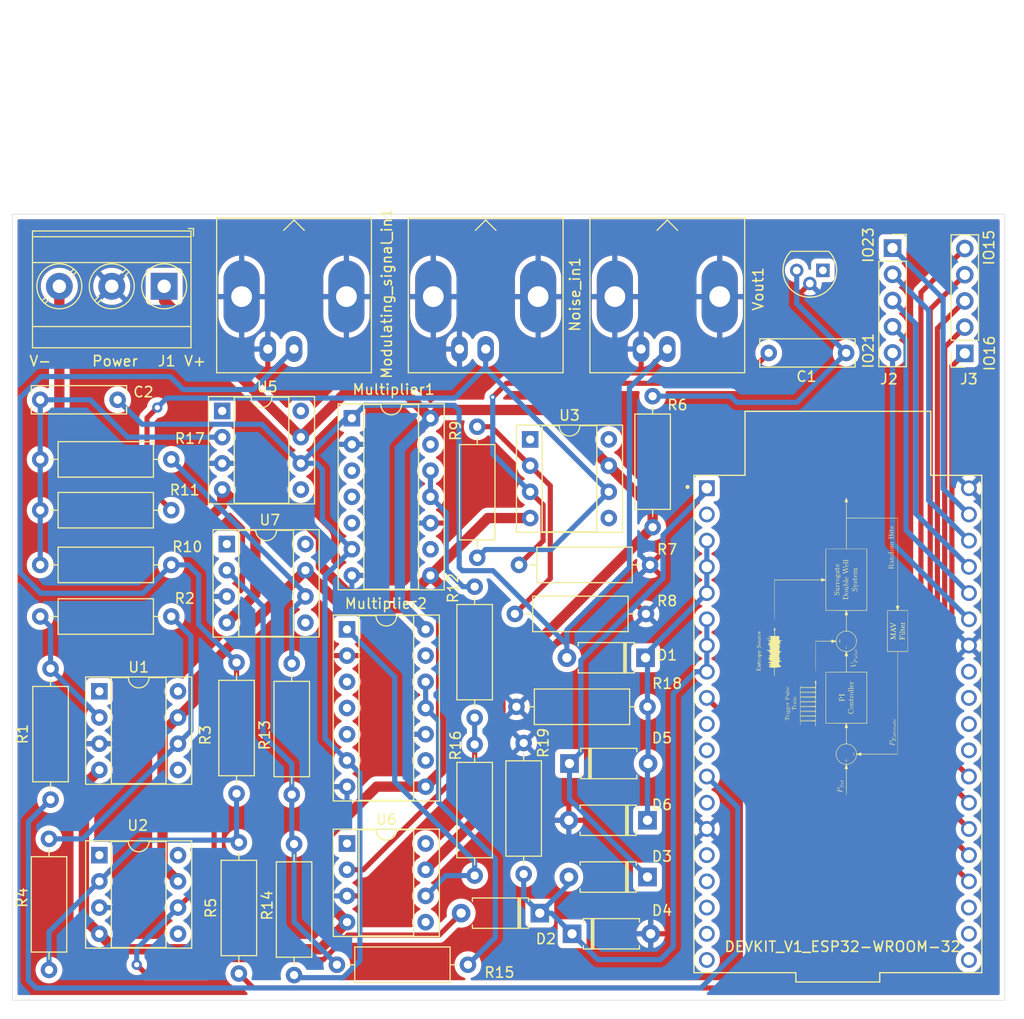
<source format=kicad_pcb>
(kicad_pcb (version 20240108) (generator "pcbnew") (generator_version "8.0")
  (layers (0 "F.Cu" signal) (31 "B.Cu" signal) (34 "B.Paste" user) (35 "F.Paste" user) (36 "B.SilkS" user "B.Silkscreen") (37 "F.SilkS" user "F.Silkscreen") (38 "B.Mask" user) (39 "F.Mask" user) (44 "Edge.Cuts" user))
  (net 0 "")
  (net 1 "Net-(U3-+)")
  (net 2 "Net-(Q1-E)")
  (net 3 "TRNG_out")
  (net 4 "Net-(U5--)")
  (net 5 "TRNG_ADC")
  (net 6 "TRNG_pulse")
  (net 7 "Pulse_ADC")
  (net 8 "3V")
  (net 9 "GND")
  (net 10 "V+")
  (net 11 "V-")
  (net 14 "Net-(Multiplier1-VO)")
  (net 18 "Net-(Multiplier2-VO)")
  (net 21 "Net-(Multiplier2-X1)")
  (net 25 "WGN")
  (net 27 "SR_pulse_PWM")
  (net 28 "Net-(U1--)")
  (net 29 "Net-(R2-Pad2)")
  (net 30 "Net-(U2--)")
  (net 31 "DAC_LF")
  (net 32 "Net-(U3--)")
  (net 33 "Net-(U6--)")
  (net 34 "Net-(R13-Pad1)")
  (net 35 "Net-(U7--)")
  (net 70 "Net-(J2-Pin_4)")
  (net 71 "Net-(J2-Pin_2)")
  (net 72 "Net-(J2-Pin_1)")
  (net 73 "Net-(J2-Pin_5)")
  (net 74 "Net-(J2-Pin_3)")
  (net 75 "Net-(J3-Pin_2)")
  (net 76 "Net-(J3-Pin_4)")
  (net 77 "Net-(J3-Pin_3)")
  (net 78 "Net-(J3-Pin_1)")
  (net 79 "Net-(J3-Pin_5)")
  (footprint "Resistor_THT:R_Axial_DIN0309_L9.0mm_D3.2mm_P12.70mm_Horizontal" (layer "F.Cu") (at 119.75 133.25)
    (property "Reference" "R15")
    (property "Value" "1 Meg" (hide yes))
  )
  (footprint "Resistor_THT:R_Axial_DIN0309_L9.0mm_D3.2mm_P12.70mm_Horizontal" (layer "F.Cu") (at 137.85 111.76 -90)
    (property "Reference" "R19")
    (property "Value" "100 K" (hide yes))
  )
  (footprint "Diode_THT:D_A-405_P7.62mm_Horizontal" (layer "F.Cu") (at 142.54 130.25)
    (property "Reference" "D4")
    (property "Value" "D_Schottky" (hide yes))
  )
  (footprint "Diode_THT:D_A-405_P7.62mm_Horizontal" (layer "F.Cu") (at 149.66 103.5 180)
    (property "Reference" "D1")
    (property "Value" "D" (hide yes))
  )
  (footprint "Package_DIP:DIP-14_W7.62mm_Socket" (layer "F.Cu") (at 121.2 80.285)
    (property "Reference" "Multiplier1" (hide yes))
    (property "Value" "MPY634KP" (hide yes))
  )
  (footprint "Package_DIP:DIP-8_W7.62mm_Socket" (layer "F.Cu") (at 96.73 122.63)
    (property "Reference" "U2")
    (property "Value" "OP07" (hide yes))
  )
  (footprint "Resistor_THT:R_Axial_DIN0309_L9.0mm_D3.2mm_P12.70mm_Horizontal" (layer "F.Cu") (at 110.25 134.1 90)
    (property "Reference" "R5")
    (property "Value" "100 K" (hide yes))
  )
  (footprint "Resistor_THT:R_Axial_DIN0309_L9.0mm_D3.2mm_P12.70mm_Horizontal" (layer "F.Cu") (at 133.1 96.61 -90)
    (property "Reference" "R12")
    (property "Value" "1 Meg" (hide yes))
  )
  (footprint "Diode_THT:D_A-405_P7.62mm_Horizontal" (layer "F.Cu") (at 139.41 128.25 180)
    (property "Reference" "D2")
    (property "Value" "D" (hide yes))
  )
  (footprint "Resistor_THT:R_Axial_DIN0309_L9.0mm_D3.2mm_P12.70mm_Horizontal" (layer "F.Cu") (at 133.35 93.81 90)
    (property "Reference" "R9")
    (property "Value" "680 K" (hide yes))
  )
  (footprint "TerminalBlock_Phoenix:TerminalBlock_Phoenix_MKDS-3-3-5.08_1x03_P5.08mm_Horizontal" (layer "F.Cu") (at 103.01 67.5 180)
    (property "Reference" "J1")
    (property "Value" "Power" (hide yes))
  )
  (footprint "Package_DIP:DIP-8_W7.62mm_Socket" (layer "F.Cu") (at 120.73 121.5)
    (property "Reference" "U6")
    (property "Value" "OP07" (hide yes))
  )
  (footprint "Package_DIP:DIP-14_W7.62mm_Socket" (layer "F.Cu") (at 120.73 100.75)
    (property "Reference" "Multiplier2")
    (property "Value" "MPY634KP" (hide yes))
  )
  (footprint "Package_TO_SOT_THT:TO-92" (layer "F.Cu") (at 166.85 65.96 180)
    (property "Reference" "Q1" (hide yes))
    (property "Value" "NPN")
  )
  (footprint "Connector_PinSocket_2.54mm:PinSocket_1x05_P2.54mm_Vertical" (layer "F.Cu") (at 173.6 63.8)
    (property "Reference" "J2")
    (property "Value" "Conn_01x05_Socket" (hide yes))
  )
  (footprint "Connector_PinSocket_2.54mm:PinSocket_1x05_P2.54mm_Vertical" (layer "F.Cu") (at 180.6 74 180)
    (property "Reference" "J3")
    (property "Value" "Conn_01x05_Socket" (hide yes))
  )
  (footprint "Package_DIP:DIP-8_W7.62mm_Socket" (layer "F.Cu") (at 138.48 82.34)
    (property "Reference" "U3")
    (property "Value" "OP07" (hide yes))
  )
  (footprint "Diode_THT:D_A-405_P7.62mm_Horizontal" (layer "F.Cu") (at 142.29 113.75)
    (property "Reference" "D5")
    (property "Value" "D_Schottky" (hide yes))
  )
  (footprint "Resistor_THT:R_Axial_DIN0309_L9.0mm_D3.2mm_P12.70mm_Horizontal" (layer "F.Cu") (at 137.15 108.25)
    (property "Reference" "R18")
    (property "Value" "100 K" (hide yes))
  )
  (footprint "Diode_THT:D_A-405_P7.62mm_Horizontal" (layer "F.Cu") (at 149.85 119.25 180)
    (property "Reference" "D6")
    (property "Value" "D_Schottky" (hide yes))
  )
  (footprint "Capacitor_THT:C_Rect_L9.0mm_W2.5mm_P7.50mm_MKT" (layer "F.Cu") (at 98.5 78.5 180)
    (property "Reference" "C2")
    (property "Value" "0.1nF" (hide yes))
  )
  (footprint "Resistor_THT:R_Axial_DIN0309_L9.0mm_D3.2mm_P12.70mm_Horizontal" (layer "F.Cu") (at 133.1 111.91 -90)
    (property "Reference" "R16")
    (property "Value" "10 Meg" (hide yes))
  )
  (footprint "Resistor_THT:R_Axial_DIN0309_L9.0mm_D3.2mm_P12.70mm_Horizontal" (layer "F.Cu") (at 150.1 94.5 180)
    (property "Reference" "R7")
    (property "Value" "100 K" (hide yes))
  )
  (footprint "Resistor_THT:R_Axial_DIN0309_L9.0mm_D3.2mm_P12.70mm_Horizontal" (layer "F.Cu") (at 149.7 99.25 180)
    (property "Reference" "R8")
    (property "Value" "680 K" (hide yes))
  )
  (footprint "Connector_Coaxial:BNC_Amphenol_B6252HB-NPP3G-50_Horizontal" (layer "F.Cu") (at 115.595 73.58)
    (property "Reference" "Modulating_signal_in1")
    (property "Value" "Conn_Coaxial" (hide yes))
  )
  (footprint "Resistor_THT:R_Axial_DIN0309_L9.0mm_D3.2mm_P12.70mm_Horizontal" (layer "F.Cu") (at 150.35 90.85 90)
    (property "Reference" "R6")
    (property "Value" "100 K" (hide yes))
  )
  (footprint "Package_DIP:DIP-8_W7.62mm_Socket" (layer "F.Cu") (at 96.73 106.75)
    (property "Reference" "U1")
    (property "Value" "OP07")
  )
  (footprint "Resistor_THT:R_Axial_DIN0309_L9.0mm_D3.2mm_P12.70mm_Horizontal" (layer "F.Cu") (at 110.025 116.66 90)
    (property "Reference" "R3")
    (property "Value" "10 K" (hide yes))
  )
  (footprint "Resistor_THT:R_Axial_DIN0309_L9.0mm_D3.2mm_P12.70mm_Horizontal" (layer "F.Cu") (at 103.7 84.275 180)
    (property "Reference" "R17")
    (property "Value" "1 Meg" (hide yes))
  )
  (footprint "Resistor_THT:R_Axial_DIN0309_L9.0mm_D3.2mm_P12.70mm_Horizontal" (layer "F.Cu") (at 115.6 121.55 -90)
    (property "Reference" "R14")
    (property "Value" "10 Meg" (hide yes))
  )
  (footprint "Resistor_THT:R_Axial_DIN0309_L9.0mm_D3.2mm_P12.70mm_Horizontal" (layer "F.Cu") (at 103.7 89.2 180)
    (property "Reference" "R11")
    (property "Value" "1 Meg" (hide yes))
  )
  (footprint "Connector_Coaxial:BNC_Amphenol_B6252HB-NPP3G-50_Horizontal" (layer "F.Cu") (at 151.77 73.58)
    (property "Reference" "Vout1")
    (property "Value" "Conn_Coaxial" (hide yes))
  )
  (footprint "Resistor_THT:R_Axial_DIN0309_L9.0mm_D3.2mm_P12.70mm_Horizontal" (layer "F.Cu") (at 91 99.5)
    (property "Reference" "R2")
    (property "Value" "10 K" (hide yes))
  )
  (footprint "Capacitor_THT:C_Rect_L9.0mm_W2.5mm_P7.50mm_MKT" (layer "F.Cu") (at 169.1 73.96 180)
    (property "Reference" "C1")
    (property "Value" "1 u" (hide yes))
  )
  (footprint "Resistor_THT:R_Axial_DIN0309_L9.0mm_D3.2mm_P12.70mm_Horizontal" (layer "F.Cu") (at 91.85 121.05 -90)
    (property "Reference" "R4")
    (property "Value" "10 K" (hide yes))
  )
  (footprint "Package_DIP:DIP-8_W7.62mm_Socket" (layer "F.Cu") (at 108.635 79.58)
    (property "Reference" "U5" (hide yes))
    (property "Value" "OP07" (hide yes))
  )
  (footprint "Package_DIP:DIP-8_W7.62mm_Socket" (layer "F.Cu") (at 109.08 92.48)
    (property "Reference" "U7")
    (property "Value" "OP07" (hide yes))
  )
  (footprint "Resistor_THT:R_Axial_DIN0309_L9.0mm_D3.2mm_P12.70mm_Horizontal" (layer "F.Cu") (at 115.375 104.06 -90)
    (property "Reference" "R13")
    (property "Value" "10 Meg" (hide yes))
  )
  (footprint "Diode_THT:D_A-405_P7.62mm_Horizontal" (layer "F.Cu") (at 149.85 124.75 180)
    (property "Reference" "D3")
    (property "Value" "D_Schottky" (hide yes))
  )
  (footprint "Connector_Coaxial:BNC_Amphenol_B6252HB-NPP3G-50_Horizontal" (layer "F.Cu") (at 134.17 73.58)
    (property "Reference" "Noise_in1")
    (property "Value" "Conn_Coaxial" (hide yes))
  )
  (footprint "ESP32_WROOM:MODULE_DEVKIT_V1_ESP32-WROOM-32" (layer "F.Cu") (at 168.3 109.92)
    (property "Reference" "U4" (hide yes))
    (property "Value" "DEVKIT_V1_ESP32-WROOM-32")
  )
  (footprint "Resistor_THT:R_Axial_DIN0309_L9.0mm_D3.2mm_P12.70mm_Horizontal" (layer "F.Cu") (at 103.7 94.5 180)
    (property "Reference" "R10")
    (property "Value" "1 Meg" (hide yes))
  )
  (footprint "trng_control:trng_digital" (layer "F.Cu") (at 167.75 103 90)
    (property "Reference" "G***" (hide yes))
    (property "Value" "LOGO" (hide yes))
  )
  (footprint "Resistor_THT:R_Axial_DIN0309_L9.0mm_D3.2mm_P12.70mm_Horizontal" (layer "F.Cu") (at 92 117.25 90)
    (property "Reference" "R1")
    (property "Value" "10 K" (hide yes))
  )
  (gr_rect (start 88.3 60.51) (end 184.475 136.685) (stroke (width 0.05)) (fill none) (layer "Edge.Cuts"))
  (gr_text "Multiplier1" (at 125.25 77.5 0) (layer "F.SilkS") (effects (font (size 1 1))))
  (gr_text "Power" (at 98.25 74.75 0) (layer "F.SilkS") (effects (font (size 1 1))))
  (gr_text "V-" (at 91 74.75 0) (layer "F.SilkS") (effects (font (size 1 1))))
  (gr_text "IO23\n" (at 171.25 63.5 90) (layer "F.SilkS") (effects (font (size 1 1))))
  (gr_text "IO16\n" (at 183 74 90) (layer "F.SilkS") (effects (font (size 1 1))))
  (gr_text "IO21\n" (at 171.25 73.75 90) (layer "F.SilkS") (effects (font (size 1 1))))
  (gr_text "IO15\n\n" (at 183.75 63.75 90) (layer "F.SilkS") (effects (font (size 1 1))))
  (gr_text "V+" (at 106 74.75 0) (layer "F.SilkS") (effects (font (size 1 1))))
  (segment (start 137.4 94.5) (end 139.73 92.17) (width 0.5) (layer "F.Cu") (net 1))
  (segment (start 136.2 76.9) (end 158.66 76.9) (width 0.5) (layer "F.Cu") (net 1))
  (segment (start 158.66 76.9) (end 161.6 73.96) (width 0.5) (layer "F.Cu") (net 1))
  (segment (start 134.85 78.25) (end 136.2 76.9) (width 0.5) (layer "F.Cu") (net 1))
  (segment (start 139.73 88.67) (end 138.48 87.42) (width 0.5) (layer "F.Cu") (net 1))
  (segment (start 139.73 92.17) (end 139.73 88.67) (width 0.5) (layer "F.Cu") (net 1))
  (via (at 134.85 78.25) (size 0.6) (drill 0.3) (layers "F.Cu" "B.Cu") (net 1))
  (segment (start 136.35 85.25) (end 134.85 83.75) (width 0.5) (layer "B.Cu") (net 1))
  (segment (start 134.85 83.75) (end 134.85 78.25) (width 0.5) (layer "B.Cu") (net 1))
  (segment (start 138.48 87.42) (end 136.35 85.29) (width 0.5) (layer "B.Cu") (net 1))
  (segment (start 136.35 85.29) (end 136.35 85.25) (width 0.5) (layer "B.Cu") (net 1))
  (segment (start 158.5 78.75) (end 164.31 78.75) (width 0.5) (layer "B.Cu") (net 2))
  (segment (start 164.31 69.17) (end 169.1 73.96) (width 0.5) (layer "B.Cu") (net 2))
  (segment (start 164.31 78.75) (end 169.1 73.96) (width 0.5) (layer "B.Cu") (net 2))
  (segment (start 150.35 78.15) (end 157.9 78.15) (width 0.5) (layer "B.Cu") (net 2))
  (segment (start 157.9 78.15) (end 158.5 78.75) (width 0.5) (layer "B.Cu") (net 2))
  (segment (start 164.31 65.96) (end 164.31 69.17) (width 0.5) (layer "B.Cu") (net 2))
  (segment (start 117.76 84.66) (end 118.35 85.25) (width 0.5) (layer "B.Cu") (net 3))
  (segment (start 151.372767 74.065) (end 151.695 74.065) (width 0.5) (layer "B.Cu") (net 3))
  (segment (start 131.91 95.06) (end 131.6 94.75) (width 0.5) (layer "B.Cu") (net 3))
  (segment (start 121.98 114.7) (end 121.98 132.87) (width 0.5) (layer "B.Cu") (net 3))
  (segment (start 115.85 134.5) (end 115.6 134.25) (width 0.5) (layer "B.Cu") (net 3))
  (segment (start 148.1 94.732233) (end 148.1 77.337767) (width 0.5) (layer "B.Cu") (net 3))
  (segment (start 118.35 85.25) (end 118.35 90.135) (width 0.5) (layer "B.Cu") (net 3))
  (segment (start 116.255 84.66) (end 117.76 84.66) (width 0.5) (layer "B.Cu") (net 3))
  (segment (start 100.87 80.87) (end 98.5 78.5) (width 0.5) (layer "B.Cu") (net 3))
  (segment (start 122.45 79.035) (end 121.2 80.285) (width 0.5) (layer "B.Cu") (net 3))
  (segment (start 112.465 80.87) (end 100.87 80.87) (width 0.5) (layer "B.Cu") (net 3))
  (segment (start 120.35 134.5) (end 115.85 134.5) (width 0.5) (layer "B.Cu") (net 3))
  (segment (start 142.04 100.792233) (end 148.1 94.732233) (width 0.5) (layer "B.Cu") (net 3))
  (segment (start 151.77 73.58) (end 151.77 73.667767) (width 0.5) (layer "B.Cu") (net 3))
  (segment (start 121.98 132.87) (end 120.35 134.5) (width 0.5) (layer "B.Cu") (net 3))
  (segment (start 131.6 94.75) (end 131.6 79.5) (width 0.5) (layer "B.Cu") (net 3))
  (segment (start 120.73 113.45) (end 121.98 114.7) (width 0.5) (layer "B.Cu") (net 3))
  (segment (start 134.872792 95.06) (end 131.91 95.06) (width 0.5) (layer "B.Cu") (net 3))
  (segment (start 121.2 80.285) (end 120.63 80.285) (width 0.5) (layer "B.Cu") (net 3))
  (segment (start 142.04 103.5) (end 142.04 102.227208) (width 0.5) (layer "B.Cu") (net 3))
  (segment (start 121.2 92.985) (end 118.6 95.585) (width 0.5) (layer "B.Cu") (net 3))
  (segment (start 151.77 73.667767) (end 148.1 77.337767) (width 0.5) (layer "B.Cu") (net 3))
  (segment (start 118.6 111.32) (end 120.73 113.45) (width 0.5) (layer "B.Cu") (net 3))
  (segment (start 120.63 80.285) (end 116.255 84.66) (width 0.5) (layer "B.Cu") (net 3))
  (segment (start 142.04 102.227208) (end 134.872792 95.06) (width 0.5) (layer "B.Cu") (net 3))
  (segment (start 116.255 84.66) (end 112.465 80.87) (width 0.5) (layer "B.Cu") (net 3))
  (segment (start 118.6 95.585) (end 118.6 111.32) (width 0.5) (layer "B.Cu") (net 3))
  (segment (start 131.6 79.5) (end 131.135 79.035) (width 0.5) (layer "B.Cu") (net 3))
  (segment (start 118.35 90.135) (end 121.2 92.985) (width 0.5) (layer "B.Cu") (net 3))
  (segment (start 142.04 103.5) (end 142.04 100.792233) (width 0.5) (layer "B.Cu") (net 3))
  (segment (start 131.135 79.035) (end 122.45 79.035) (width 0.5) (layer "B.Cu") (net 3))
  (segment (start 95.85 78.5) (end 91 78.5) (width 0.5) (layer "B.Cu") (net 4))
  (segment (start 108.635 82.12) (end 99.47 82.12) (width 0.5) (layer "B.Cu") (net 4))
  (segment (start 91 78.5) (end 91 94.5) (width 0.5) (layer "B.Cu") (net 4))
  (segment (start 99.47 82.12) (end 95.85 78.5) (width 0.5) (layer "B.Cu") (net 4))
  (segment (start 149.85 108.25) (end 149.85 103.69) (width 0.5) (layer "B.Cu") (net 5))
  (segment (start 149.85 103.69) (end 149.66 103.5) (width 0.5) (layer "B.Cu") (net 5))
  (segment (start 149.85 119.25) (end 149.85 113.81) (width 0.5) (layer "B.Cu") (net 5))
  (segment (start 149.66 103.5) (end 149.66 103.17) (width 0.5) (layer "B.Cu") (net 5))
  (segment (start 149.66 103.17) (end 155.6 97.23) (width 0.5) (layer "B.Cu") (net 5))
  (segment (start 155.6 97.23) (end 155.6 92.15) (width 0.5) (layer "B.Cu") (net 5))
  (segment (start 149.91 108.31) (end 149.85 108.25) (width 0.5) (layer "B.Cu") (net 5))
  (segment (start 149.85 113.81) (end 149.91 113.75) (width 0.5) (layer "B.Cu") (net 5))
  (segment (start 149.91 113.75) (end 149.91 108.31) (width 0.5) (layer "B.Cu") (net 5))
  (segment (start 107.1 134) (end 101.1 134) (width 0.5) (layer "F.Cu") (net 6))
  (segment (start 107.85 124.21) (end 107.85 108.5) (width 0.5) (layer "F.Cu") (net 6))
  (segment (start 118.443503 132.75) (end 108.35 132.75) (width 0.5) (layer "F.Cu") (net 6))
  (segment (start 101.1 134) (end 100.35 133.25) (width 0.5) (layer "F.Cu") (net 6))
  (segment (start 107.85 108.5) (end 110.025 106.325) (width 0.5) (layer "F.Cu") (net 6))
  (segment (start 131.79 128.25) (end 129.67 130.37) (width 0.5) (layer "F.Cu") (net 6))
  (segment (start 108.35 132.75) (end 107.1 134) (width 0.5) (layer "F.Cu") (net 6))
  (segment (start 110.025 106.325) (end 110.025 103.96) (width 0.5) (layer "F.Cu") (net 6))
  (segment (start 104.35 127.71) (end 107.85 124.21) (width 0.5) (layer "F.Cu") (net 6))
  (segment (start 120.823503 130.37) (end 118.443503 132.75) (width 0.5) (layer "F.Cu") (net 6))
  (segment (start 129.67 130.37) (end 120.823503 130.37) (width 0.5) (layer "F.Cu") (net 6))
  (via (at 100.35 133.25) (size 1) (drill 0.5) (layers "F.Cu" "B.Cu") (net 6))
  (segment (start 104.85 77.5) (end 103.6 76.25) (width 0.5) (layer "B.Cu") (net 6))
  (segment (start 108.75 77.5) (end 104.85 77.5) (width 0.5) (layer "B.Cu") (net 6))
  (segment (start 91.05 97.25) (end 100.95 97.25) (width 0.5) (layer "B.Cu") (net 6))
  (segment (start 100.35 131.71) (end 104.35 127.71) (width 0.5) (layer "B.Cu") (net 6))
  (segment (start 89.05 78.3) (end 89.05 95.25) (width 0.5) (layer "B.Cu") (net 6))
  (segment (start 111.675 77.5) (end 108.75 77.5) (width 0.5) (layer "B.Cu") (net 6))
  (segment (start 103.6 76.25) (end 91.1 76.25) (width 0.5) (layer "B.Cu") (net 6))
  (segment (start 105.35 94.5) (end 106.35 95.5) (width 0.5) (layer "B.Cu") (net 6))
  (segment (start 106.35 95.5) (end 106.35 100.285) (width 0.5) (layer "B.Cu") (net 6))
  (segment (start 100.35 133.25) (end 100.35 131.71) (width 0.5) (layer "B.Cu") (net 6))
  (segment (start 91.1 76.25) (end 89.05 78.3) (width 0.5) (layer "B.Cu") (net 6))
  (segment (start 89.05 95.25) (end 91.05 97.25) (width 0.5) (layer "B.Cu") (net 6))
  (segment (start 106.35 100.285) (end 110.025 103.96) (width 0.5) (layer "B.Cu") (net 6))
  (segment (start 103.7 94.5) (end 105.35 94.5) (width 0.5) (layer "B.Cu") (net 6))
  (segment (start 115.595 73.58) (end 111.675 77.5) (width 0.5) (layer "B.Cu") (net 6))
  (segment (start 100.95 97.25) (end 103.7 94.5) (width 0.5) (layer "B.Cu") (net 6))
  (segment (start 154.5 104.85) (end 152.35 107) (width 0.5) (layer "B.Cu") (net 7))
  (segment (start 140.54 128.25) (end 142.54 130.25) (width 0.5) (layer "B.Cu") (net 7))
  (segment (start 152.35 131.5) (end 151.1 132.75) (width 0.5) (layer "B.Cu") (net 7))
  (segment (start 139.41 128.25) (end 140.54 128.25) (width 0.5) (layer "B.Cu") (net 7))
  (segment (start 152.35 107) (end 152.35 131.5) (width 0.5) (layer "B.Cu") (net 7))
  (segment (start 155.6 104.85) (end 154.5 104.85) (width 0.5) (layer "B.Cu") (net 7))
  (segment (start 142.23 124.75) (end 142.23 125.43) (width 0.5) (layer "B.Cu") (net 7))
  (segment (start 137.85 126.69) (end 139.41 128.25) (width 0.5) (layer "B.Cu") (net 7))
  (segment (start 142.23 125.43) (end 139.41 128.25) (width 0.5) (layer "B.Cu") (net 7))
  (segment (start 155.6 99.77) (end 155.6 104.85) (width 0.5) (layer "B.Cu") (net 7))
  (segment (start 145.04 132.75) (end 142.54 130.25) (width 0.5) (layer "B.Cu") (net 7))
  (segment (start 151.1 132.75) (end 145.04 132.75) (width 0.5) (layer "B.Cu") (net 7))
  (segment (start 137.85 124.46) (end 137.85 126.69) (width 0.5) (layer "B.Cu") (net 7))
  (segment (start 151.35 95.79) (end 143.39 103.75) (width 0.5) (layer "B.Cu") (net 8))
  (segment (start 142.29 117.19) (end 149.85 124.75) (width 0.5) (layer "B.Cu") (net 8))
  (segment (start 155.6 87.367767) (end 151.35 91.617767) (width 0.5) (layer "B.Cu") (net 8))
  (segment (start 143.39 103.75) (end 143.39 112.65) (width 0.5) (layer "B.Cu") (net 8))
  (segment (start 155.6 87.07) (end 155.6 87.367767) (width 0.5) (layer "B.Cu") (net 8))
  (segment (start 151.35 91.617767) (end 151.35 95.79) (width 0.5) (layer "B.Cu") (net 8))
  (segment (start 142.29 113.75) (end 142.29 117.19) (width 0.5) (layer "B.Cu") (net 8))
  (segment (start 143.39 112.65) (end 142.29 113.75) (width 0.5) (layer "B.Cu") (net 8))
  (segment (start 105.85 107.79) (end 105.85 105.87) (width 1) (layer "F.Cu") (net 10))
  (segment (start 135.6 105.6) (end 135.6 116.79) (width 1) (layer "F.Cu") (net 10))
  (segment (start 126.6 78.065) (end 126.6 78) (width 1) (layer "F.Cu") (net 10))
  (segment (start 140.705001 79.485001) (end 146.1 84.88) (width 1) (layer "F.Cu") (net 10))
  (segment (start 150.35 89.13) (end 150.35 90.85) (width 1) (layer "F.Cu") (net 10))
  (segment (start 102.85 110.75) (end 104.35 109.25) (width 1) (layer "F.Cu") (net 10))
  (segment (start 105.85 105.87) (end 116.7 95.02) (width 1) (layer "F.Cu") (net 10))
  (segment (start 116.7 95.02) (end 120.38 98.7) (width 1) (layer "F.Cu") (net 10))
  (segment (start 103.01 68.875) (end 116.255 82.12) (width 1) (layer "F.Cu") (net 10))
  (segment (start 128.82 80.285) (end 129.619999 79.485001) (width 1) (layer "F.Cu") (net 10))
  (segment (start 135.6 116.79) (end 128.35 124.04) (width 1) (layer "F.Cu") (net 10))
  (segment (start 120.375 78) (end 116.255 82.12) (width 1) (layer "F.Cu") (net 10))
  (segment (start 126.3 98.7) (end 128.35 100.75) (width 1) (layer "F.Cu") (net 10))
  (segment (start 129.619999 79.485001) (end 140.705001 79.485001) (width 1) (layer "F.Cu") (net 10))
  (segment (start 146.1 84.88) (end 150.35 89.13) (width 1) (layer "F.Cu") (net 10))
  (segment (start 104.35 109.29) (end 105.85 107.79) (width 1) (layer "F.Cu") (net 10))
  (segment (start 150.35 90.85) (end 135.6 105.6) (width 1) (layer "F.Cu") (net 10))
  (segment (start 128.82 80.285) (end 126.6 78.065) (width 1) (layer "F.Cu") (net 10))
  (segment (start 126.6 78) (end 120.375 78) (width 1) (layer "F.Cu") (net 10))
  (segment (start 104.35 125.17) (end 102.85 123.67) (width 1) (layer "F.Cu") (net 10))
  (segment (start 102.85 123.67) (end 102.85 110.75) (width 1) (layer "F.Cu") (net 10))
  (segment (start 120.38 98.7) (end 126.3 98.7) (width 1) (layer "F.Cu") (net 10))
  (segment (start 103.01 67.5) (end 103.01 68.875) (width 1) (layer "F.Cu") (net 10))
  (segment (start 125.85 83.25) (end 125.855 83.25) (width 1) (layer "B.Cu") (net 10))
  (segment (start 125.85 98.25) (end 125.85 83.25) (width 1) (layer "B.Cu") (net 10))
  (segment (start 128.35 100.75) (end 125.85 98.25) (width 1) (layer "B.Cu") (net 10))
  (segment (start 125.855 83.25) (end 128.82 80.285) (width 1) (layer "B.Cu") (net 10))
  (segment (start 116.756321 90.415) (end 111.85 90.415) (width 1) (layer "F.Cu") (net 11))
  (segment (start 108.635 88.715) (end 106.35 91) (width 1) (layer "F.Cu") (net 11))
  (segment (start 128.82 95.525) (end 126.845 97.5) (width 1) (layer "F.Cu") (net 11))
  (segment (start 128.35 115.99) (end 129.85 114.49) (width 1) (layer "F.Cu") (net 11))
  (segment (start 98.23 131.75) (end 118.1 131.75) (width 1) (layer "F.Cu") (net 11))
  (segment (start 118.2 94.646321) (end 118.2 91.858679) (width 1) (layer "F.Cu") (net 11))
  (segment (start 106.35 91) (end 99.1 91) (width 1) (layer "F.Cu") (net 11))
  (segment (start 129.85 96.555) (end 128.82 95.525) (width 1) (layer "F.Cu") (net 11))
  (segment (start 128.82 95.525) (end 134.385 89.96) (width 1) (layer "F.Cu") (net 11))
  (segment (start 118.1 131.75) (end 120.73 129.12) (width 1) (layer "F.Cu") (net 11))
  (segment (start 92.85 67.5) (end 92.85 84.75) (width 1) (layer "F.Cu") (net 11))
  (segment (start 126.845 97.5) (end 121.053679 97.5) (width 1) (layer "F.Cu") (net 11))
  (segment (start 118.6 126.99) (end 118.6 121) (width 1) (layer "F.Cu") (net 11))
  (segment (start 118.6 121) (end 123.61 115.99) (width 1) (layer "F.Cu") (net 11))
  (segment (start 118.2 91.858679) (end 116.756321 90.415) (width 1) (layer "F.Cu") (net 11))
  (segment (start 99.1 91) (end 92.85 84.75) (width 1) (layer "F.Cu") (net 11))
  (segment (start 96.73 114.37) (end 95.23 115.87) (width 1) (layer "F.Cu") (net 11))
  (segment (start 129.85 114.49) (end 129.85 96.555) (width 1) (layer "F.Cu") (net 11))
  (segment (start 95.23 128.75) (end 96.73 130.25) (width 1) (layer "F.Cu") (net 11))
  (segment (start 121.053679 97.5) (end 118.2 94.646321) (width 1) (layer "F.Cu") (net 11))
  (segment (start 108.635 87.2) (end 108.635 88.715) (width 1) (layer "F.Cu") (net 11))
  (segment (start 134.385 89.96) (end 138.48 89.96) (width 1) (layer "F.Cu") (net 11))
  (segment (start 111.85 97.33) (end 109.08 100.1) (width 1) (layer "F.Cu") (net 11))
  (segment (start 111.85 90.415) (end 111.85 97.33) (width 1) (layer "F.Cu") (net 11))
  (segment (start 108.635 87.2) (end 111.85 90.415) (width 1) (layer "F.Cu") (net 11))
  (segment (start 120.73 129.12) (end 118.6 126.99) (width 1) (layer "F.Cu") (net 11))
  (segment (start 123.61 115.99) (end 128.35 115.99) (width 1) (layer "F.Cu") (net 11))
  (segment (start 95.23 115.87) (end 95.23 128.75) (width 1) (layer "F.Cu") (net 11))
  (segment (start 96.73 130.25) (end 98.23 131.75) (width 1) (layer "F.Cu") (net 11))
  (segment (start 128.82 87.905) (end 130.35 89.435) (width 0.5) (layer "B.Cu") (net 14))
  (segment (start 128.82 85.365) (end 128.82 87.905) (width 0.5) (layer "B.Cu") (net 14))
  (segment (start 130.35 89.435) (end 130.35 95) (width 0.5) (layer "B.Cu") (net 14))
  (segment (start 130.35 95) (end 131.96 96.61) (width 0.5) (layer "B.Cu") (net 14))
  (segment (start 131.96 96.61) (end 133.1 96.61) (width 0.5) (layer "B.Cu") (net 14))
  (segment (start 129.6 117.5) (end 135.1 123) (width 0.5) (layer "B.Cu") (net 18))
  (segment (start 135.1 123) (end 135.1 130.6) (width 0.5) (layer "B.Cu") (net 18))
  (segment (start 135.1 130.6) (end 132.45 133.25) (width 0.5) (layer "B.Cu") (net 18))
  (segment (start 128.35 105.83) (end 128.35 108.37) (width 0.5) (layer "B.Cu") (net 18))
  (segment (start 128.35 108.37) (end 129.6 109.62) (width 0.5) (layer "B.Cu") (net 18))
  (segment (start 129.6 109.62) (end 129.6 117.5) (width 0.5) (layer "B.Cu") (net 18))
  (segment (start 125.35 115.5) (end 133.1 123.25) (width 0.5) (layer "B.Cu") (net 21))
  (segment (start 133.1 124.61) (end 130.32 124.61) (width 0.5) (layer "B.Cu") (net 21))
  (segment (start 130.32 124.61) (end 128.35 126.58) (width 0.5) (layer "B.Cu") (net 21))
  (segment (start 120.73 100.75) (end 125.35 105.37) (width 0.5) (layer "B.Cu") (net 21))
  (segment (start 133.1 123.25) (end 133.1 124.61) (width 0.5) (layer "B.Cu") (net 21))
  (segment (start 125.35 105.37) (end 125.35 115.5) (width 0.5) (layer "B.Cu") (net 21))
  (segment (start 101.35 86.85) (end 103.7 89.2) (width 0.5) (layer "F.Cu") (net 25))
  (segment (start 102.35 79.25) (end 101.35 80.25) (width 0.5) (layer "F.Cu") (net 25))
  (segment (start 101.35 80.25) (end 101.35 86.85) (width 0.5) (layer "F.Cu") (net 25))
  (via (at 102.35 79.25) (size 1) (drill 0.5) (layers "F.Cu" "B.Cu") (net 25))
  (segment (start 103.27 78.33) (end 131.18 78.33) (width 0.5) (layer "B.Cu") (net 25))
  (segment (start 140.509999 93.010001) (end 146.1 87.42) (width 0.5) (layer "B.Cu") (net 25))
  (segment (start 133.35 93.81) (end 134.149999 93.010001) (width 0.5) (layer "B.Cu") (net 25))
  (segment (start 134.17 75.34) (end 134.095 75.415) (width 0.5) (layer "B.Cu") (net 25))
  (segment (start 134.17 73.58) (end 134.17 75.34) (width 0.5) (layer "B.Cu") (net 25))
  (segment (start 134.149999 93.010001) (end 140.509999 93.010001) (width 0.5) (layer "B.Cu") (net 25))
  (segment (start 134.095 75.415) (end 146.1 87.42) (width 0.5) (layer "B.Cu") (net 25))
  (segment (start 102.35 79.25) (end 103.27 78.33) (width 0.5) (layer "B.Cu") (net 25))
  (segment (start 131.18 78.33) (end 134.095 75.415) (width 0.5) (layer "B.Cu") (net 25))
  (segment (start 158.6 131.935) (end 155.035 135.5) (width 0.5) (layer "B.Cu") (net 27))
  (segment (start 89.85 134.75) (end 89.85 119.4) (width 0.5) (layer "B.Cu") (net 27))
  (segment (start 158.6 118.01) (end 158.6 131.935) (width 0.5) (layer "B.Cu") (net 27))
  (segment (start 155.035 135.5) (end 90.6 135.5) (width 0.5) (layer "B.Cu") (net 27))
  (segment (start 89.85 119.4) (end 92 117.25) (width 0.5) (layer "B.Cu") (net 27))
  (segment (start 155.6 115.01) (end 158.6 118.01) (width 0.5) (layer "B.Cu") (net 27))
  (segment (start 90.6 135.5) (end 89.85 134.75) (width 0.5) (layer "B.Cu") (net 27))
  (segment (start 92 104.56) (end 92 104.55) (width 0.5) (layer "B.Cu") (net 28))
  (segment (start 92 100.5) (end 91 99.5) (width 0.5) (layer "B.Cu") (net 28))
  (segment (start 92 104.55) (end 92 100.5) (width 0.5) (layer "B.Cu") (net 28))
  (segment (start 96.73 109.29) (end 92 104.56) (width 0.5) (layer "B.Cu") (net 28))
  (segment (start 103.7 99.5) (end 105.6 101.4) (width 0.5) (layer "B.Cu") (net 29))
  (segment (start 105.6 110.58) (end 104.35 111.83) (width 0.5) (layer "B.Cu") (net 29))
  (segment (start 95.13 121.05) (end 104.35 111.83) (width 0.5) (layer "B.Cu") (net 29))
  (segment (start 105.6 101.4) (end 105.6 110.58) (width 0.5) (layer "B.Cu") (net 29))
  (segment (start 91.85 121.05) (end 95.13 121.05) (width 0.5) (layer "B.Cu") (net 29))
  (segment (start 110.025 116.66) (end 110.025 121.175) (width 0.5) (layer "B.Cu") (net 30))
  (segment (start 100.725 121.175) (end 96.73 125.17) (width 0.5) (layer "B.Cu") (net 30))
  (segment (start 91.85 130.05) (end 91.85 133.75) (width 0.5) (layer "B.Cu") (net 30))
  (segment (start 110.25 121.4) (end 110.025 121.175) (width 0.5) (layer "B.Cu") (net 30))
  (segment (start 110.025 121.175) (end 100.725 121.175) (width 0.5) (layer "B.Cu") (net 30))
  (segment (start 96.73 125.17) (end 91.85 130.05) (width 0.5) (layer "B.Cu") (net 30))
  (segment (start 159.85 111.64) (end 155.6 107.39) (width 0.5) (layer "F.Cu") (net 31))
  (segment (start 111.65 135.5) (end 157.6 135.5) (width 0.5) (layer "F.Cu") (net 31))
  (segment (start 157.6 135.5) (end 159.85 133.25) (width 0.5) (layer "F.Cu") (net 31))
  (segment (start 110.25 134.1) (end 111.65 135.5) (width 0.5) (layer "F.Cu") (net 31))
  (segment (start 159.85 133.25) (end 159.85 111.64) (width 0.5) (layer "F.Cu") (net 31))
  (segment (start 133.35 81.11) (end 134.71 81.11) (width 0.5) (layer "F.Cu") (net 32))
  (segment (start 134.71 81.11) (end 138.48 84.88) (width 0.5) (layer "F.Cu") (net 32))
  (segment (start 140.43 95.82) (end 140.43 86.83) (width 0.5) (layer "F.Cu") (net 32))
  (segment (start 137 99.25) (end 140.43 95.82) (width 0.5) (layer "F.Cu") (net 32))
  (segment (start 140.43 86.83) (end 138.48 84.88) (width 0.5) (layer "F.Cu") (net 32))
  (segment (start 120.73 124.04) (end 122.31 124.04) (width 0.5) (layer "F.Cu") (net 33))
  (segment (start 133.1 113.25) (end 133.1 111.91) (width 0.5) (layer "F.Cu") (net 33))
  (segment (start 122.31 124.04) (end 133.1 113.25) (width 0.5) (layer "F.Cu") (net 33))
  (segment (start 133.1 109.31) (end 133.1 111.91) (width 0.5) (layer "B.Cu") (net 33))
  (segment (start 103.7 84.275) (end 116.7 97.275) (width 0.5) (layer "B.Cu") (net 34))
  (segment (start 115.375 98.885) (end 115.375 104.06) (width 0.5) (layer "B.Cu") (net 34))
  (segment (start 116.7 97.56) (end 115.375 98.885) (width 0.5) (layer "B.Cu") (net 34))
  (segment (start 116.7 97.275) (end 116.7 97.56) (width 0.5) (layer "B.Cu") (net 34))
  (segment (start 112.6 98.54) (end 112.6 111) (width 0.5) (layer "B.Cu") (net 35))
  (segment (start 115.375 113.775) (end 115.375 116.76) (width 0.5) (layer "B.Cu") (net 35))
  (segment (start 115.375 116.76) (end 115.375 121.325) (width 0.5) (layer "B.Cu") (net 35))
  (segment (start 112.6 111) (end 115.375 113.775) (width 0.5) (layer "B.Cu") (net 35))
  (segment (start 115.375 121.325) (end 115.6 121.55) (width 0.5) (layer "B.Cu") (net 35))
  (segment (start 109.08 95.02) (end 112.6 98.54) (width 0.5) (layer "B.Cu") (net 35))
  (segment (start 115.6 129.1) (end 119.75 133.25) (width 0.5) (layer "B.Cu") (net 35))
  (segment (start 115.6 121.55) (end 115.6 129.1) (width 0.5) (layer "B.Cu") (net 35))
  (segment (start 174.9 91.13) (end 181 97.23) (width 0.5) (layer "B.Cu") (net 70))
  (segment (start 174.9 72.72) (end 174.9 91.13) (width 0.5) (layer "B.Cu") (net 70))
  (segment (start 173.6 71.42) (end 174.9 72.72) (width 0.5) (layer "B.Cu") (net 70))
  (segment (start 181 92.15) (end 177.1 88.25) (width 0.5) (layer "B.Cu") (net 71))
  (segment (start 177.1 69.84) (end 173.6 66.34) (width 0.5) (layer "B.Cu") (net 71))
  (segment (start 177.1 88.25) (end 177.1 69.84) (width 0.5) (layer "B.Cu") (net 71))
  (segment (start 178.5 68.7) (end 173.6 63.8) (width 0.5) (layer "B.Cu") (net 72))
  (segment (start 181 89.61) (end 178.5 87.11) (width 0.5) (layer "B.Cu") (net 72))
  (segment (start 178.5 87.11) (end 178.5 68.7) (width 0.5) (layer "B.Cu") (net 72))
  (segment (start 181 99.77) (end 173.6 92.37) (width 0.5) (layer "B.Cu") (net 73))
  (segment (start 173.6 92.37) (end 173.6 73.96) (width 0.5) (layer "B.Cu") (net 73))
  (segment (start 181 94.69) (end 175.85 89.54) (width 0.5) (layer "B.Cu") (net 74))
  (segment (start 175.85 71.13) (end 173.6 68.88) (width 0.5) (layer "B.Cu") (net 74))
  (segment (start 175.85 89.54) (end 175.85 71.13) (width 0.5) (layer "B.Cu") (net 74))
  (segment (start 178.65 73.41) (end 178.65 115.2) (width 0.5) (layer "F.Cu") (net 75))
  (segment (start 180.6 71.46) (end 178.65 73.41) (width 0.5) (layer "F.Cu") (net 75))
  (segment (start 178.65 115.2) (end 181 117.55) (width 0.5) (layer "F.Cu") (net 75))
  (segment (start 180.6 66.38) (end 177.25 69.73) (width 0.5) (layer "F.Cu") (net 76))
  (segment (start 177.25 69.73) (end 177.25 118.88) (width 0.5) (layer "F.Cu") (net 76))
  (segment (start 177.25 118.88) (end 181 122.63) (width 0.5) (layer "F.Cu") (net 76))
  (segment (start 180.6 68.92) (end 177.95 71.57) (width 0.5) (layer "F.Cu") (net 77))
  (segment (start 177.95 71.57) (end 177.95 117.04) (width 0.5) (layer "F.Cu") (net 77))
  (segment (start 177.95 117.04) (end 181 120.09) (width 0.5) (layer "F.Cu") (net 77))
  (segment (start 179.35 113.36) (end 181 115.01) (width 0.5) (layer "F.Cu") (net 78))
  (segment (start 180.6 74) (end 179.35 75.25) (width 0.5) (layer "F.Cu") (net 78))
  (segment (start 179.35 75.25) (end 179.35 113.36) (width 0.5) (layer "F.Cu") (net 78))
  (segment (start 180.6 63.84) (end 176.35 68.09) (width 0.5) (layer "F.Cu") (net 79))
  (segment (start 176.35 68.09) (end 176.35 120.52) (width 0.5) (layer "F.Cu") (net 79))
  (segment (start 176.35 120.52) (end 181 125.17) (width 0.5) (layer "F.Cu") (net 79))
  (zone (net 9) (net_name "GND") (layers "F&B.Cu") (connect_pads (clearance 0.5)) (min_thickness 0.25) (fill yes (thermal_gap 0.5) (thermal_bridge_width 0.5))
    (polygon (pts (xy 87.35 59) (xy 185.85 59.25) (xy 186.35 138.5) (xy 87.1 138)))
  )
)
</source>
